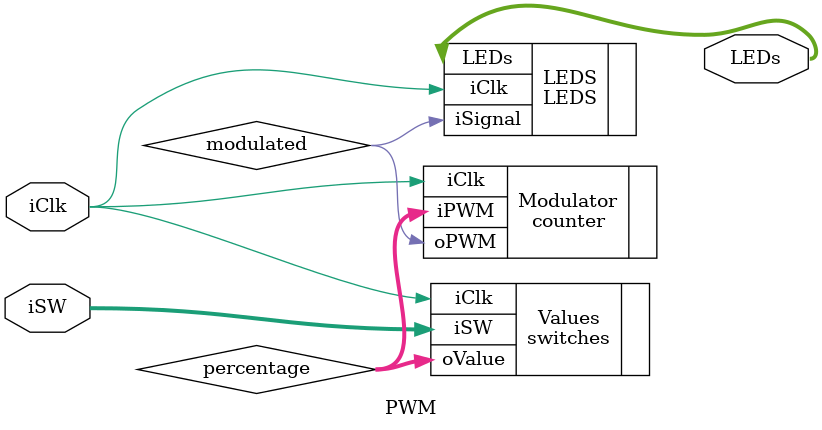
<source format=v>
module PWM (
	input iClk,
	input [1:0]iSW,
	output [9:0]LEDs
);

wire [7:0]percentage;
wire modulated;

switches Values (
.iClk (iClk),
.iSW (iSW),
.oValue (percentage)
);

counter Modulator (
.iClk (iClk),
.iPWM (percentage),
.oPWM (modulated)
);

LEDS LEDS(

.iSignal(modulated),
.iClk(iClk),
.LEDs(LEDs)
);
endmodule 
</source>
